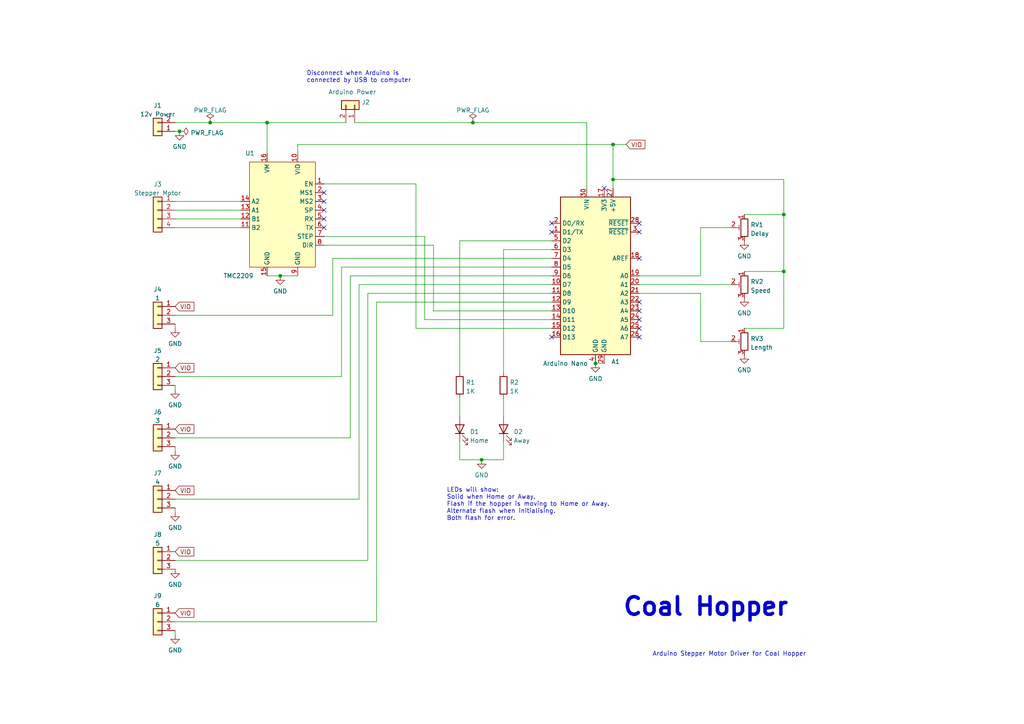
<source format=kicad_sch>
(kicad_sch (version 20211123) (generator eeschema)

  (uuid 91c75d4b-c4bd-4e78-9da1-b4cfd5704b3f)

  (paper "A4")

  (lib_symbols
    (symbol "Connector_Generic:Conn_01x02" (pin_names (offset 1.016) hide) (in_bom yes) (on_board yes)
      (property "Reference" "J" (id 0) (at 0 2.54 0)
        (effects (font (size 1.27 1.27)))
      )
      (property "Value" "Conn_01x02" (id 1) (at 0 -5.08 0)
        (effects (font (size 1.27 1.27)))
      )
      (property "Footprint" "" (id 2) (at 0 0 0)
        (effects (font (size 1.27 1.27)) hide)
      )
      (property "Datasheet" "~" (id 3) (at 0 0 0)
        (effects (font (size 1.27 1.27)) hide)
      )
      (property "ki_keywords" "connector" (id 4) (at 0 0 0)
        (effects (font (size 1.27 1.27)) hide)
      )
      (property "ki_description" "Generic connector, single row, 01x02, script generated (kicad-library-utils/schlib/autogen/connector/)" (id 5) (at 0 0 0)
        (effects (font (size 1.27 1.27)) hide)
      )
      (property "ki_fp_filters" "Connector*:*_1x??_*" (id 6) (at 0 0 0)
        (effects (font (size 1.27 1.27)) hide)
      )
      (symbol "Conn_01x02_1_1"
        (rectangle (start -1.27 -2.413) (end 0 -2.667)
          (stroke (width 0.1524) (type default) (color 0 0 0 0))
          (fill (type none))
        )
        (rectangle (start -1.27 0.127) (end 0 -0.127)
          (stroke (width 0.1524) (type default) (color 0 0 0 0))
          (fill (type none))
        )
        (rectangle (start -1.27 1.27) (end 1.27 -3.81)
          (stroke (width 0.254) (type default) (color 0 0 0 0))
          (fill (type background))
        )
        (pin passive line (at -5.08 0 0) (length 3.81)
          (name "Pin_1" (effects (font (size 1.27 1.27))))
          (number "1" (effects (font (size 1.27 1.27))))
        )
        (pin passive line (at -5.08 -2.54 0) (length 3.81)
          (name "Pin_2" (effects (font (size 1.27 1.27))))
          (number "2" (effects (font (size 1.27 1.27))))
        )
      )
    )
    (symbol "Connector_Generic:Conn_01x03" (pin_names (offset 1.016) hide) (in_bom yes) (on_board yes)
      (property "Reference" "J" (id 0) (at 0 5.08 0)
        (effects (font (size 1.27 1.27)))
      )
      (property "Value" "Conn_01x03" (id 1) (at 0 -5.08 0)
        (effects (font (size 1.27 1.27)))
      )
      (property "Footprint" "" (id 2) (at 0 0 0)
        (effects (font (size 1.27 1.27)) hide)
      )
      (property "Datasheet" "~" (id 3) (at 0 0 0)
        (effects (font (size 1.27 1.27)) hide)
      )
      (property "ki_keywords" "connector" (id 4) (at 0 0 0)
        (effects (font (size 1.27 1.27)) hide)
      )
      (property "ki_description" "Generic connector, single row, 01x03, script generated (kicad-library-utils/schlib/autogen/connector/)" (id 5) (at 0 0 0)
        (effects (font (size 1.27 1.27)) hide)
      )
      (property "ki_fp_filters" "Connector*:*_1x??_*" (id 6) (at 0 0 0)
        (effects (font (size 1.27 1.27)) hide)
      )
      (symbol "Conn_01x03_1_1"
        (rectangle (start -1.27 -2.413) (end 0 -2.667)
          (stroke (width 0.1524) (type default) (color 0 0 0 0))
          (fill (type none))
        )
        (rectangle (start -1.27 0.127) (end 0 -0.127)
          (stroke (width 0.1524) (type default) (color 0 0 0 0))
          (fill (type none))
        )
        (rectangle (start -1.27 2.667) (end 0 2.413)
          (stroke (width 0.1524) (type default) (color 0 0 0 0))
          (fill (type none))
        )
        (rectangle (start -1.27 3.81) (end 1.27 -3.81)
          (stroke (width 0.254) (type default) (color 0 0 0 0))
          (fill (type background))
        )
        (pin passive line (at -5.08 2.54 0) (length 3.81)
          (name "Pin_1" (effects (font (size 1.27 1.27))))
          (number "1" (effects (font (size 1.27 1.27))))
        )
        (pin passive line (at -5.08 0 0) (length 3.81)
          (name "Pin_2" (effects (font (size 1.27 1.27))))
          (number "2" (effects (font (size 1.27 1.27))))
        )
        (pin passive line (at -5.08 -2.54 0) (length 3.81)
          (name "Pin_3" (effects (font (size 1.27 1.27))))
          (number "3" (effects (font (size 1.27 1.27))))
        )
      )
    )
    (symbol "Connector_Generic:Conn_01x04" (pin_names (offset 1.016) hide) (in_bom yes) (on_board yes)
      (property "Reference" "J" (id 0) (at 0 5.08 0)
        (effects (font (size 1.27 1.27)))
      )
      (property "Value" "Conn_01x04" (id 1) (at 0 -7.62 0)
        (effects (font (size 1.27 1.27)))
      )
      (property "Footprint" "" (id 2) (at 0 0 0)
        (effects (font (size 1.27 1.27)) hide)
      )
      (property "Datasheet" "~" (id 3) (at 0 0 0)
        (effects (font (size 1.27 1.27)) hide)
      )
      (property "ki_keywords" "connector" (id 4) (at 0 0 0)
        (effects (font (size 1.27 1.27)) hide)
      )
      (property "ki_description" "Generic connector, single row, 01x04, script generated (kicad-library-utils/schlib/autogen/connector/)" (id 5) (at 0 0 0)
        (effects (font (size 1.27 1.27)) hide)
      )
      (property "ki_fp_filters" "Connector*:*_1x??_*" (id 6) (at 0 0 0)
        (effects (font (size 1.27 1.27)) hide)
      )
      (symbol "Conn_01x04_1_1"
        (rectangle (start -1.27 -4.953) (end 0 -5.207)
          (stroke (width 0.1524) (type default) (color 0 0 0 0))
          (fill (type none))
        )
        (rectangle (start -1.27 -2.413) (end 0 -2.667)
          (stroke (width 0.1524) (type default) (color 0 0 0 0))
          (fill (type none))
        )
        (rectangle (start -1.27 0.127) (end 0 -0.127)
          (stroke (width 0.1524) (type default) (color 0 0 0 0))
          (fill (type none))
        )
        (rectangle (start -1.27 2.667) (end 0 2.413)
          (stroke (width 0.1524) (type default) (color 0 0 0 0))
          (fill (type none))
        )
        (rectangle (start -1.27 3.81) (end 1.27 -6.35)
          (stroke (width 0.254) (type default) (color 0 0 0 0))
          (fill (type background))
        )
        (pin passive line (at -5.08 2.54 0) (length 3.81)
          (name "Pin_1" (effects (font (size 1.27 1.27))))
          (number "1" (effects (font (size 1.27 1.27))))
        )
        (pin passive line (at -5.08 0 0) (length 3.81)
          (name "Pin_2" (effects (font (size 1.27 1.27))))
          (number "2" (effects (font (size 1.27 1.27))))
        )
        (pin passive line (at -5.08 -2.54 0) (length 3.81)
          (name "Pin_3" (effects (font (size 1.27 1.27))))
          (number "3" (effects (font (size 1.27 1.27))))
        )
        (pin passive line (at -5.08 -5.08 0) (length 3.81)
          (name "Pin_4" (effects (font (size 1.27 1.27))))
          (number "4" (effects (font (size 1.27 1.27))))
        )
      )
    )
    (symbol "Device:LED" (pin_numbers hide) (pin_names (offset 1.016) hide) (in_bom yes) (on_board yes)
      (property "Reference" "D" (id 0) (at 0 2.54 0)
        (effects (font (size 1.27 1.27)))
      )
      (property "Value" "LED" (id 1) (at 0 -2.54 0)
        (effects (font (size 1.27 1.27)))
      )
      (property "Footprint" "" (id 2) (at 0 0 0)
        (effects (font (size 1.27 1.27)) hide)
      )
      (property "Datasheet" "~" (id 3) (at 0 0 0)
        (effects (font (size 1.27 1.27)) hide)
      )
      (property "ki_keywords" "LED diode" (id 4) (at 0 0 0)
        (effects (font (size 1.27 1.27)) hide)
      )
      (property "ki_description" "Light emitting diode" (id 5) (at 0 0 0)
        (effects (font (size 1.27 1.27)) hide)
      )
      (property "ki_fp_filters" "LED* LED_SMD:* LED_THT:*" (id 6) (at 0 0 0)
        (effects (font (size 1.27 1.27)) hide)
      )
      (symbol "LED_0_1"
        (polyline
          (pts
            (xy -1.27 -1.27)
            (xy -1.27 1.27)
          )
          (stroke (width 0.254) (type default) (color 0 0 0 0))
          (fill (type none))
        )
        (polyline
          (pts
            (xy -1.27 0)
            (xy 1.27 0)
          )
          (stroke (width 0) (type default) (color 0 0 0 0))
          (fill (type none))
        )
        (polyline
          (pts
            (xy 1.27 -1.27)
            (xy 1.27 1.27)
            (xy -1.27 0)
            (xy 1.27 -1.27)
          )
          (stroke (width 0.254) (type default) (color 0 0 0 0))
          (fill (type none))
        )
        (polyline
          (pts
            (xy -3.048 -0.762)
            (xy -4.572 -2.286)
            (xy -3.81 -2.286)
            (xy -4.572 -2.286)
            (xy -4.572 -1.524)
          )
          (stroke (width 0) (type default) (color 0 0 0 0))
          (fill (type none))
        )
        (polyline
          (pts
            (xy -1.778 -0.762)
            (xy -3.302 -2.286)
            (xy -2.54 -2.286)
            (xy -3.302 -2.286)
            (xy -3.302 -1.524)
          )
          (stroke (width 0) (type default) (color 0 0 0 0))
          (fill (type none))
        )
      )
      (symbol "LED_1_1"
        (pin passive line (at -3.81 0 0) (length 2.54)
          (name "K" (effects (font (size 1.27 1.27))))
          (number "1" (effects (font (size 1.27 1.27))))
        )
        (pin passive line (at 3.81 0 180) (length 2.54)
          (name "A" (effects (font (size 1.27 1.27))))
          (number "2" (effects (font (size 1.27 1.27))))
        )
      )
    )
    (symbol "Device:R" (pin_numbers hide) (pin_names (offset 0)) (in_bom yes) (on_board yes)
      (property "Reference" "R" (id 0) (at 2.032 0 90)
        (effects (font (size 1.27 1.27)))
      )
      (property "Value" "R" (id 1) (at 0 0 90)
        (effects (font (size 1.27 1.27)))
      )
      (property "Footprint" "" (id 2) (at -1.778 0 90)
        (effects (font (size 1.27 1.27)) hide)
      )
      (property "Datasheet" "~" (id 3) (at 0 0 0)
        (effects (font (size 1.27 1.27)) hide)
      )
      (property "ki_keywords" "R res resistor" (id 4) (at 0 0 0)
        (effects (font (size 1.27 1.27)) hide)
      )
      (property "ki_description" "Resistor" (id 5) (at 0 0 0)
        (effects (font (size 1.27 1.27)) hide)
      )
      (property "ki_fp_filters" "R_*" (id 6) (at 0 0 0)
        (effects (font (size 1.27 1.27)) hide)
      )
      (symbol "R_0_1"
        (rectangle (start -1.016 -2.54) (end 1.016 2.54)
          (stroke (width 0.254) (type default) (color 0 0 0 0))
          (fill (type none))
        )
      )
      (symbol "R_1_1"
        (pin passive line (at 0 3.81 270) (length 1.27)
          (name "~" (effects (font (size 1.27 1.27))))
          (number "1" (effects (font (size 1.27 1.27))))
        )
        (pin passive line (at 0 -3.81 90) (length 1.27)
          (name "~" (effects (font (size 1.27 1.27))))
          (number "2" (effects (font (size 1.27 1.27))))
        )
      )
    )
    (symbol "Device:R_Potentiometer_Trim" (pin_names (offset 1.016) hide) (in_bom yes) (on_board yes)
      (property "Reference" "RV" (id 0) (at -4.445 0 90)
        (effects (font (size 1.27 1.27)))
      )
      (property "Value" "R_Potentiometer_Trim" (id 1) (at -2.54 0 90)
        (effects (font (size 1.27 1.27)))
      )
      (property "Footprint" "" (id 2) (at 0 0 0)
        (effects (font (size 1.27 1.27)) hide)
      )
      (property "Datasheet" "~" (id 3) (at 0 0 0)
        (effects (font (size 1.27 1.27)) hide)
      )
      (property "ki_keywords" "resistor variable trimpot trimmer" (id 4) (at 0 0 0)
        (effects (font (size 1.27 1.27)) hide)
      )
      (property "ki_description" "Trim-potentiometer" (id 5) (at 0 0 0)
        (effects (font (size 1.27 1.27)) hide)
      )
      (property "ki_fp_filters" "Potentiometer*" (id 6) (at 0 0 0)
        (effects (font (size 1.27 1.27)) hide)
      )
      (symbol "R_Potentiometer_Trim_0_1"
        (polyline
          (pts
            (xy 1.524 0.762)
            (xy 1.524 -0.762)
          )
          (stroke (width 0) (type default) (color 0 0 0 0))
          (fill (type none))
        )
        (polyline
          (pts
            (xy 2.54 0)
            (xy 1.524 0)
          )
          (stroke (width 0) (type default) (color 0 0 0 0))
          (fill (type none))
        )
        (rectangle (start 1.016 2.54) (end -1.016 -2.54)
          (stroke (width 0.254) (type default) (color 0 0 0 0))
          (fill (type none))
        )
      )
      (symbol "R_Potentiometer_Trim_1_1"
        (pin passive line (at 0 3.81 270) (length 1.27)
          (name "1" (effects (font (size 1.27 1.27))))
          (number "1" (effects (font (size 1.27 1.27))))
        )
        (pin passive line (at 3.81 0 180) (length 1.27)
          (name "2" (effects (font (size 1.27 1.27))))
          (number "2" (effects (font (size 1.27 1.27))))
        )
        (pin passive line (at 0 -3.81 90) (length 1.27)
          (name "3" (effects (font (size 1.27 1.27))))
          (number "3" (effects (font (size 1.27 1.27))))
        )
      )
    )
    (symbol "MCU_Module:Arduino_Nano_v3.x" (in_bom yes) (on_board yes)
      (property "Reference" "A" (id 0) (at -10.16 23.495 0)
        (effects (font (size 1.27 1.27)) (justify left bottom))
      )
      (property "Value" "Arduino_Nano_v3.x" (id 1) (at 5.08 -24.13 0)
        (effects (font (size 1.27 1.27)) (justify left top))
      )
      (property "Footprint" "Module:Arduino_Nano" (id 2) (at 0 0 0)
        (effects (font (size 1.27 1.27) italic) hide)
      )
      (property "Datasheet" "http://www.mouser.com/pdfdocs/Gravitech_Arduino_Nano3_0.pdf" (id 3) (at 0 0 0)
        (effects (font (size 1.27 1.27)) hide)
      )
      (property "ki_keywords" "Arduino nano microcontroller module USB" (id 4) (at 0 0 0)
        (effects (font (size 1.27 1.27)) hide)
      )
      (property "ki_description" "Arduino Nano v3.x" (id 5) (at 0 0 0)
        (effects (font (size 1.27 1.27)) hide)
      )
      (property "ki_fp_filters" "Arduino*Nano*" (id 6) (at 0 0 0)
        (effects (font (size 1.27 1.27)) hide)
      )
      (symbol "Arduino_Nano_v3.x_0_1"
        (rectangle (start -10.16 22.86) (end 10.16 -22.86)
          (stroke (width 0.254) (type default) (color 0 0 0 0))
          (fill (type background))
        )
      )
      (symbol "Arduino_Nano_v3.x_1_1"
        (pin bidirectional line (at -12.7 12.7 0) (length 2.54)
          (name "D1/TX" (effects (font (size 1.27 1.27))))
          (number "1" (effects (font (size 1.27 1.27))))
        )
        (pin bidirectional line (at -12.7 -2.54 0) (length 2.54)
          (name "D7" (effects (font (size 1.27 1.27))))
          (number "10" (effects (font (size 1.27 1.27))))
        )
        (pin bidirectional line (at -12.7 -5.08 0) (length 2.54)
          (name "D8" (effects (font (size 1.27 1.27))))
          (number "11" (effects (font (size 1.27 1.27))))
        )
        (pin bidirectional line (at -12.7 -7.62 0) (length 2.54)
          (name "D9" (effects (font (size 1.27 1.27))))
          (number "12" (effects (font (size 1.27 1.27))))
        )
        (pin bidirectional line (at -12.7 -10.16 0) (length 2.54)
          (name "D10" (effects (font (size 1.27 1.27))))
          (number "13" (effects (font (size 1.27 1.27))))
        )
        (pin bidirectional line (at -12.7 -12.7 0) (length 2.54)
          (name "D11" (effects (font (size 1.27 1.27))))
          (number "14" (effects (font (size 1.27 1.27))))
        )
        (pin bidirectional line (at -12.7 -15.24 0) (length 2.54)
          (name "D12" (effects (font (size 1.27 1.27))))
          (number "15" (effects (font (size 1.27 1.27))))
        )
        (pin bidirectional line (at -12.7 -17.78 0) (length 2.54)
          (name "D13" (effects (font (size 1.27 1.27))))
          (number "16" (effects (font (size 1.27 1.27))))
        )
        (pin power_out line (at 2.54 25.4 270) (length 2.54)
          (name "3V3" (effects (font (size 1.27 1.27))))
          (number "17" (effects (font (size 1.27 1.27))))
        )
        (pin input line (at 12.7 5.08 180) (length 2.54)
          (name "AREF" (effects (font (size 1.27 1.27))))
          (number "18" (effects (font (size 1.27 1.27))))
        )
        (pin bidirectional line (at 12.7 0 180) (length 2.54)
          (name "A0" (effects (font (size 1.27 1.27))))
          (number "19" (effects (font (size 1.27 1.27))))
        )
        (pin bidirectional line (at -12.7 15.24 0) (length 2.54)
          (name "D0/RX" (effects (font (size 1.27 1.27))))
          (number "2" (effects (font (size 1.27 1.27))))
        )
        (pin bidirectional line (at 12.7 -2.54 180) (length 2.54)
          (name "A1" (effects (font (size 1.27 1.27))))
          (number "20" (effects (font (size 1.27 1.27))))
        )
        (pin bidirectional line (at 12.7 -5.08 180) (length 2.54)
          (name "A2" (effects (font (size 1.27 1.27))))
          (number "21" (effects (font (size 1.27 1.27))))
        )
        (pin bidirectional line (at 12.7 -7.62 180) (length 2.54)
          (name "A3" (effects (font (size 1.27 1.27))))
          (number "22" (effects (font (size 1.27 1.27))))
        )
        (pin bidirectional line (at 12.7 -10.16 180) (length 2.54)
          (name "A4" (effects (font (size 1.27 1.27))))
          (number "23" (effects (font (size 1.27 1.27))))
        )
        (pin bidirectional line (at 12.7 -12.7 180) (length 2.54)
          (name "A5" (effects (font (size 1.27 1.27))))
          (number "24" (effects (font (size 1.27 1.27))))
        )
        (pin bidirectional line (at 12.7 -15.24 180) (length 2.54)
          (name "A6" (effects (font (size 1.27 1.27))))
          (number "25" (effects (font (size 1.27 1.27))))
        )
        (pin bidirectional line (at 12.7 -17.78 180) (length 2.54)
          (name "A7" (effects (font (size 1.27 1.27))))
          (number "26" (effects (font (size 1.27 1.27))))
        )
        (pin power_out line (at 5.08 25.4 270) (length 2.54)
          (name "+5V" (effects (font (size 1.27 1.27))))
          (number "27" (effects (font (size 1.27 1.27))))
        )
        (pin input line (at 12.7 15.24 180) (length 2.54)
          (name "~{RESET}" (effects (font (size 1.27 1.27))))
          (number "28" (effects (font (size 1.27 1.27))))
        )
        (pin power_in line (at 2.54 -25.4 90) (length 2.54)
          (name "GND" (effects (font (size 1.27 1.27))))
          (number "29" (effects (font (size 1.27 1.27))))
        )
        (pin input line (at 12.7 12.7 180) (length 2.54)
          (name "~{RESET}" (effects (font (size 1.27 1.27))))
          (number "3" (effects (font (size 1.27 1.27))))
        )
        (pin power_in line (at -2.54 25.4 270) (length 2.54)
          (name "VIN" (effects (font (size 1.27 1.27))))
          (number "30" (effects (font (size 1.27 1.27))))
        )
        (pin power_in line (at 0 -25.4 90) (length 2.54)
          (name "GND" (effects (font (size 1.27 1.27))))
          (number "4" (effects (font (size 1.27 1.27))))
        )
        (pin bidirectional line (at -12.7 10.16 0) (length 2.54)
          (name "D2" (effects (font (size 1.27 1.27))))
          (number "5" (effects (font (size 1.27 1.27))))
        )
        (pin bidirectional line (at -12.7 7.62 0) (length 2.54)
          (name "D3" (effects (font (size 1.27 1.27))))
          (number "6" (effects (font (size 1.27 1.27))))
        )
        (pin bidirectional line (at -12.7 5.08 0) (length 2.54)
          (name "D4" (effects (font (size 1.27 1.27))))
          (number "7" (effects (font (size 1.27 1.27))))
        )
        (pin bidirectional line (at -12.7 2.54 0) (length 2.54)
          (name "D5" (effects (font (size 1.27 1.27))))
          (number "8" (effects (font (size 1.27 1.27))))
        )
        (pin bidirectional line (at -12.7 0 0) (length 2.54)
          (name "D6" (effects (font (size 1.27 1.27))))
          (number "9" (effects (font (size 1.27 1.27))))
        )
      )
    )
    (symbol "Richards:Silent-2209v3" (in_bom yes) (on_board yes)
      (property "Reference" "U" (id 0) (at 24.13 -20.32 0)
        (effects (font (size 1.27 1.27)))
      )
      (property "Value" "Silent-2209v3" (id 1) (at 29.21 -17.78 0)
        (effects (font (size 1.27 1.27)))
      )
      (property "Footprint" "" (id 2) (at 8.89 -6.35 0)
        (effects (font (size 1.27 1.27)) hide)
      )
      (property "Datasheet" "" (id 3) (at 8.89 -6.35 0)
        (effects (font (size 1.27 1.27)) hide)
      )
      (symbol "Silent-2209v3_0_1"
        (rectangle (start 2.54 6.35) (end 21.59 -24.13)
          (stroke (width 0) (type default) (color 0 0 0 0))
          (fill (type background))
        )
      )
      (symbol "Silent-2209v3_1_1"
        (pin input line (at 0 0 0) (length 2.54)
          (name "EN" (effects (font (size 1.27 1.27))))
          (number "1" (effects (font (size 1.27 1.27))))
        )
        (pin power_in line (at 7.62 8.89 270) (length 2.54)
          (name "VIO" (effects (font (size 1.27 1.27))))
          (number "10" (effects (font (size 1.27 1.27))))
        )
        (pin output line (at 24.13 -12.7 180) (length 2.54)
          (name "B2" (effects (font (size 1.27 1.27))))
          (number "11" (effects (font (size 1.27 1.27))))
        )
        (pin output line (at 24.13 -10.16 180) (length 2.54)
          (name "B1" (effects (font (size 1.27 1.27))))
          (number "12" (effects (font (size 1.27 1.27))))
        )
        (pin output line (at 24.13 -7.62 180) (length 2.54)
          (name "A1" (effects (font (size 1.27 1.27))))
          (number "13" (effects (font (size 1.27 1.27))))
        )
        (pin output line (at 24.13 -5.08 180) (length 2.54)
          (name "A2" (effects (font (size 1.27 1.27))))
          (number "14" (effects (font (size 1.27 1.27))))
        )
        (pin power_in line (at 16.51 -26.67 90) (length 2.54)
          (name "GND" (effects (font (size 1.27 1.27))))
          (number "15" (effects (font (size 1.27 1.27))))
        )
        (pin power_in line (at 16.51 8.89 270) (length 2.54)
          (name "VM" (effects (font (size 1.27 1.27))))
          (number "16" (effects (font (size 1.27 1.27))))
        )
        (pin input line (at 0 -2.54 0) (length 2.54)
          (name "MS1" (effects (font (size 1.27 1.27))))
          (number "2" (effects (font (size 1.27 1.27))))
        )
        (pin input line (at 0 -5.08 0) (length 2.54)
          (name "MS2" (effects (font (size 1.27 1.27))))
          (number "3" (effects (font (size 1.27 1.27))))
        )
        (pin input line (at 0 -7.62 0) (length 2.54)
          (name "SP" (effects (font (size 1.27 1.27))))
          (number "4" (effects (font (size 1.27 1.27))))
        )
        (pin input line (at 0 -10.16 0) (length 2.54)
          (name "RX" (effects (font (size 1.27 1.27))))
          (number "5" (effects (font (size 1.27 1.27))))
        )
        (pin input line (at 0 -12.7 0) (length 2.54)
          (name "TX" (effects (font (size 1.27 1.27))))
          (number "6" (effects (font (size 1.27 1.27))))
        )
        (pin input line (at 0 -15.24 0) (length 2.54)
          (name "STEP" (effects (font (size 1.27 1.27))))
          (number "7" (effects (font (size 1.27 1.27))))
        )
        (pin input line (at 0 -17.78 0) (length 2.54)
          (name "DIR" (effects (font (size 1.27 1.27))))
          (number "8" (effects (font (size 1.27 1.27))))
        )
        (pin power_in line (at 7.62 -26.67 90) (length 2.54)
          (name "GND" (effects (font (size 1.27 1.27))))
          (number "9" (effects (font (size 1.27 1.27))))
        )
      )
    )
    (symbol "power:GND" (power) (pin_names (offset 0)) (in_bom yes) (on_board yes)
      (property "Reference" "#PWR" (id 0) (at 0 -6.35 0)
        (effects (font (size 1.27 1.27)) hide)
      )
      (property "Value" "GND" (id 1) (at 0 -3.81 0)
        (effects (font (size 1.27 1.27)))
      )
      (property "Footprint" "" (id 2) (at 0 0 0)
        (effects (font (size 1.27 1.27)) hide)
      )
      (property "Datasheet" "" (id 3) (at 0 0 0)
        (effects (font (size 1.27 1.27)) hide)
      )
      (property "ki_keywords" "global power" (id 4) (at 0 0 0)
        (effects (font (size 1.27 1.27)) hide)
      )
      (property "ki_description" "Power symbol creates a global label with name \"GND\" , ground" (id 5) (at 0 0 0)
        (effects (font (size 1.27 1.27)) hide)
      )
      (symbol "GND_0_1"
        (polyline
          (pts
            (xy 0 0)
            (xy 0 -1.27)
            (xy 1.27 -1.27)
            (xy 0 -2.54)
            (xy -1.27 -1.27)
            (xy 0 -1.27)
          )
          (stroke (width 0) (type default) (color 0 0 0 0))
          (fill (type none))
        )
      )
      (symbol "GND_1_1"
        (pin power_in line (at 0 0 270) (length 0) hide
          (name "GND" (effects (font (size 1.27 1.27))))
          (number "1" (effects (font (size 1.27 1.27))))
        )
      )
    )
    (symbol "power:PWR_FLAG" (power) (pin_numbers hide) (pin_names (offset 0) hide) (in_bom yes) (on_board yes)
      (property "Reference" "#FLG" (id 0) (at 0 1.905 0)
        (effects (font (size 1.27 1.27)) hide)
      )
      (property "Value" "PWR_FLAG" (id 1) (at 0 3.81 0)
        (effects (font (size 1.27 1.27)))
      )
      (property "Footprint" "" (id 2) (at 0 0 0)
        (effects (font (size 1.27 1.27)) hide)
      )
      (property "Datasheet" "~" (id 3) (at 0 0 0)
        (effects (font (size 1.27 1.27)) hide)
      )
      (property "ki_keywords" "flag power" (id 4) (at 0 0 0)
        (effects (font (size 1.27 1.27)) hide)
      )
      (property "ki_description" "Special symbol for telling ERC where power comes from" (id 5) (at 0 0 0)
        (effects (font (size 1.27 1.27)) hide)
      )
      (symbol "PWR_FLAG_0_0"
        (pin power_out line (at 0 0 90) (length 0)
          (name "pwr" (effects (font (size 1.27 1.27))))
          (number "1" (effects (font (size 1.27 1.27))))
        )
      )
      (symbol "PWR_FLAG_0_1"
        (polyline
          (pts
            (xy 0 0)
            (xy 0 1.27)
            (xy -1.016 1.905)
            (xy 0 2.54)
            (xy 1.016 1.905)
            (xy 0 1.27)
          )
          (stroke (width 0) (type default) (color 0 0 0 0))
          (fill (type none))
        )
      )
    )
  )

  (junction (at 77.47 35.56) (diameter 0) (color 0 0 0 0)
    (uuid 0a818ed1-780d-481c-84d4-dd4bb6bb5751)
  )
  (junction (at 177.8 41.91) (diameter 0) (color 0 0 0 0)
    (uuid 0b1d7ce4-f8f9-4199-87e2-4197808ef960)
  )
  (junction (at 81.28 80.01) (diameter 0) (color 0 0 0 0)
    (uuid 41e71ed2-4c22-4546-ad4d-3ce95909c312)
  )
  (junction (at 139.7 133.35) (diameter 0) (color 0 0 0 0)
    (uuid 461fc625-2dd9-4277-a21d-92b1f3248677)
  )
  (junction (at 137.16 35.56) (diameter 0) (color 0 0 0 0)
    (uuid 46e3aac6-b8d5-4803-8af9-fa56e4192ea3)
  )
  (junction (at 227.33 78.74) (diameter 0) (color 0 0 0 0)
    (uuid 5c2e8bf6-1eb8-4e2d-8edd-025de6e26970)
  )
  (junction (at 177.8 52.07) (diameter 0) (color 0 0 0 0)
    (uuid bb859c45-4dc4-4cf6-b8f0-a3c6a576ad08)
  )
  (junction (at 227.33 62.23) (diameter 0) (color 0 0 0 0)
    (uuid bc397185-21f9-4ceb-b62e-e0eaee55ca83)
  )
  (junction (at 52.07 38.1) (diameter 0) (color 0 0 0 0)
    (uuid bf30aef3-7221-4c06-b46a-4feb78b4bc4b)
  )
  (junction (at 60.96 35.56) (diameter 0) (color 0 0 0 0)
    (uuid c0883b07-a105-43aa-9e72-2ffe2306944a)
  )
  (junction (at 172.72 105.41) (diameter 0) (color 0 0 0 0)
    (uuid e52e40a4-5474-45ab-9359-7a4277bc2c65)
  )

  (no_connect (at 185.42 92.71) (uuid 37f13a22-e0b5-4245-9522-ae01bb03628b))
  (no_connect (at 185.42 95.25) (uuid 41547f30-46e7-4d60-ba59-7b888ad81581))
  (no_connect (at 93.98 63.5) (uuid 567541d4-1504-4bcf-b1a8-6f3f10b9bc31))
  (no_connect (at 185.42 87.63) (uuid 6c2e8079-4dce-476b-8c16-b6d7c00e31e6))
  (no_connect (at 185.42 74.93) (uuid 85d593f3-c6f5-46a0-9adb-2fc9f9c2550c))
  (no_connect (at 185.42 97.79) (uuid 990a82a4-d864-4be2-b83a-39ae7a1f12f5))
  (no_connect (at 185.42 90.17) (uuid a748cb44-f5b8-4c24-a389-d20d40c1f90d))
  (no_connect (at 160.02 67.31) (uuid a7e308e1-6127-46af-aec3-7189a05fa3ab))
  (no_connect (at 93.98 66.04) (uuid aa818f98-e688-46fd-a509-75c9e0ba1e73))
  (no_connect (at 175.26 54.61) (uuid af1481fb-2625-4340-8b9c-158dfaf53090))
  (no_connect (at 93.98 60.96) (uuid b17860ab-518b-4b55-9883-bbd80d92dd7e))
  (no_connect (at 93.98 55.88) (uuid b383ea12-e27f-4e3c-9a84-da1a680b0af5))
  (no_connect (at 185.42 64.77) (uuid b4cd84d2-b5b4-47f2-ba57-d5971ebc7917))
  (no_connect (at 160.02 64.77) (uuid b8c8d5fe-a813-4590-9cf1-07701d5f694e))
  (no_connect (at 160.02 97.79) (uuid ca93d86c-7549-4630-b74c-a1b474782ffd))
  (no_connect (at 185.42 67.31) (uuid cdc4d41a-3401-41ee-a05e-c2a913b381fe))
  (no_connect (at 93.98 58.42) (uuid d705e9a5-fc9b-4956-a0b9-7e0575b5e93e))

  (wire (pts (xy 50.8 147.32) (xy 50.8 148.59))
    (stroke (width 0) (type default) (color 0 0 0 0))
    (uuid 04d9aa33-cdd4-49ca-923c-5a5135aa770c)
  )
  (wire (pts (xy 227.33 78.74) (xy 227.33 95.25))
    (stroke (width 0) (type default) (color 0 0 0 0))
    (uuid 0668f900-1598-4ddc-81cf-c18a00105ded)
  )
  (wire (pts (xy 50.8 127) (xy 101.6 127))
    (stroke (width 0) (type default) (color 0 0 0 0))
    (uuid 0818f8df-ddab-4eea-8444-95dcb9ae811f)
  )
  (wire (pts (xy 172.72 105.41) (xy 175.26 105.41))
    (stroke (width 0) (type default) (color 0 0 0 0))
    (uuid 084b679f-b0bf-43cd-8ab5-bfd24e456d20)
  )
  (wire (pts (xy 120.65 53.34) (xy 120.65 95.25))
    (stroke (width 0) (type default) (color 0 0 0 0))
    (uuid 0bafbef4-a5fb-4ce2-be65-3f03346a0d35)
  )
  (wire (pts (xy 146.05 133.35) (xy 139.7 133.35))
    (stroke (width 0) (type default) (color 0 0 0 0))
    (uuid 0e52c284-51c4-491e-970a-4f76a6831fe4)
  )
  (wire (pts (xy 106.68 85.09) (xy 106.68 162.56))
    (stroke (width 0) (type default) (color 0 0 0 0))
    (uuid 0e9924fb-914f-451f-a3eb-fcd3da939f54)
  )
  (wire (pts (xy 133.35 133.35) (xy 139.7 133.35))
    (stroke (width 0) (type default) (color 0 0 0 0))
    (uuid 100d0639-d324-4670-be71-b62e6a3986e1)
  )
  (wire (pts (xy 133.35 69.85) (xy 160.02 69.85))
    (stroke (width 0) (type default) (color 0 0 0 0))
    (uuid 140082aa-14d1-4e53-b8ac-4b1603fc5167)
  )
  (wire (pts (xy 86.36 41.91) (xy 177.8 41.91))
    (stroke (width 0) (type default) (color 0 0 0 0))
    (uuid 14a04800-d880-4b0e-af33-f2ba844083ce)
  )
  (wire (pts (xy 50.8 35.56) (xy 60.96 35.56))
    (stroke (width 0) (type default) (color 0 0 0 0))
    (uuid 155cc0fe-1d6f-4ed1-91a9-58df32e57a5d)
  )
  (wire (pts (xy 50.8 66.04) (xy 69.85 66.04))
    (stroke (width 0) (type default) (color 0 0 0 0))
    (uuid 182cc3a3-67dc-456d-8480-702ca5bf6be2)
  )
  (wire (pts (xy 101.6 80.01) (xy 160.02 80.01))
    (stroke (width 0) (type default) (color 0 0 0 0))
    (uuid 1b9313ed-3022-45af-b76b-5ba83bf73b60)
  )
  (wire (pts (xy 52.07 38.1) (xy 50.8 38.1))
    (stroke (width 0) (type default) (color 0 0 0 0))
    (uuid 1c63e092-7dda-40dd-b3ae-f1264a7dd1cb)
  )
  (wire (pts (xy 215.9 62.23) (xy 227.33 62.23))
    (stroke (width 0) (type default) (color 0 0 0 0))
    (uuid 20a8b986-ac2a-457f-b82b-df2d8aae6779)
  )
  (wire (pts (xy 133.35 128.27) (xy 133.35 133.35))
    (stroke (width 0) (type default) (color 0 0 0 0))
    (uuid 2b850a22-9566-46bf-beda-8c66f5125a13)
  )
  (wire (pts (xy 60.96 35.56) (xy 77.47 35.56))
    (stroke (width 0) (type default) (color 0 0 0 0))
    (uuid 2dccb8a2-e93d-4aa9-a4bd-906b438e4e32)
  )
  (wire (pts (xy 146.05 72.39) (xy 160.02 72.39))
    (stroke (width 0) (type default) (color 0 0 0 0))
    (uuid 2f67821d-ed21-4c15-9b05-d810544d5d6b)
  )
  (wire (pts (xy 227.33 52.07) (xy 227.33 62.23))
    (stroke (width 0) (type default) (color 0 0 0 0))
    (uuid 310cedf3-eba9-4e12-804b-d69809fbed31)
  )
  (wire (pts (xy 99.06 109.22) (xy 99.06 77.47))
    (stroke (width 0) (type default) (color 0 0 0 0))
    (uuid 3162c352-5800-42d2-b7f7-7b709cb20c10)
  )
  (wire (pts (xy 77.47 80.01) (xy 81.28 80.01))
    (stroke (width 0) (type default) (color 0 0 0 0))
    (uuid 3201931d-7dd8-4c5c-8fd5-107dacbee121)
  )
  (wire (pts (xy 50.8 93.98) (xy 50.8 95.25))
    (stroke (width 0) (type default) (color 0 0 0 0))
    (uuid 3b93bf61-5961-4a40-bbfa-87b3898379b8)
  )
  (wire (pts (xy 227.33 62.23) (xy 227.33 78.74))
    (stroke (width 0) (type default) (color 0 0 0 0))
    (uuid 3fc6a16f-a601-487f-bb4a-90b06450699f)
  )
  (wire (pts (xy 177.8 41.91) (xy 181.61 41.91))
    (stroke (width 0) (type default) (color 0 0 0 0))
    (uuid 3fea3e21-7abc-46b0-8eef-6bd12f5c300b)
  )
  (wire (pts (xy 185.42 82.55) (xy 212.09 82.55))
    (stroke (width 0) (type default) (color 0 0 0 0))
    (uuid 41542830-f26d-41ca-93e3-ecdd06086328)
  )
  (wire (pts (xy 50.8 182.88) (xy 50.8 184.15))
    (stroke (width 0) (type default) (color 0 0 0 0))
    (uuid 45fbb25b-8ada-48bd-8790-cc772dd86a8f)
  )
  (wire (pts (xy 125.73 71.12) (xy 125.73 90.17))
    (stroke (width 0) (type default) (color 0 0 0 0))
    (uuid 4a9035e1-bde2-4318-9a76-e1f4fa51f770)
  )
  (wire (pts (xy 104.14 144.78) (xy 50.8 144.78))
    (stroke (width 0) (type default) (color 0 0 0 0))
    (uuid 4bfffd69-54c0-4cd9-a868-6f6f309dbab4)
  )
  (wire (pts (xy 133.35 115.57) (xy 133.35 120.65))
    (stroke (width 0) (type default) (color 0 0 0 0))
    (uuid 4d95f6a3-5b34-4640-ab8e-e003154201b3)
  )
  (wire (pts (xy 50.8 111.76) (xy 50.8 113.03))
    (stroke (width 0) (type default) (color 0 0 0 0))
    (uuid 4ed37da3-0ffd-4a1b-8fed-175f17e61aaa)
  )
  (wire (pts (xy 109.22 87.63) (xy 160.02 87.63))
    (stroke (width 0) (type default) (color 0 0 0 0))
    (uuid 502c19ac-ac04-4a4d-9295-c844ea109b60)
  )
  (wire (pts (xy 50.8 109.22) (xy 99.06 109.22))
    (stroke (width 0) (type default) (color 0 0 0 0))
    (uuid 5616d0ee-b08a-4155-8994-9f41d5d53272)
  )
  (wire (pts (xy 146.05 107.95) (xy 146.05 72.39))
    (stroke (width 0) (type default) (color 0 0 0 0))
    (uuid 561e74b0-5d06-49cf-8419-ed659c1a6d58)
  )
  (wire (pts (xy 77.47 35.56) (xy 77.47 44.45))
    (stroke (width 0) (type default) (color 0 0 0 0))
    (uuid 6570f24c-2369-44b2-8a56-f545e09b66c8)
  )
  (wire (pts (xy 93.98 71.12) (xy 125.73 71.12))
    (stroke (width 0) (type default) (color 0 0 0 0))
    (uuid 65a79d94-1beb-4c7a-bdf7-f0ba5b61dcb8)
  )
  (wire (pts (xy 77.47 35.56) (xy 100.33 35.56))
    (stroke (width 0) (type default) (color 0 0 0 0))
    (uuid 689adf40-9163-48c8-a15e-f3cf57df3739)
  )
  (wire (pts (xy 109.22 87.63) (xy 109.22 180.34))
    (stroke (width 0) (type default) (color 0 0 0 0))
    (uuid 6b0c099e-99a3-4469-a077-39caa2f284ca)
  )
  (wire (pts (xy 170.18 35.56) (xy 170.18 54.61))
    (stroke (width 0) (type default) (color 0 0 0 0))
    (uuid 71afaad5-86f0-4688-bd97-f6d00a9b19b2)
  )
  (wire (pts (xy 50.8 91.44) (xy 96.52 91.44))
    (stroke (width 0) (type default) (color 0 0 0 0))
    (uuid 72c9fbda-f054-460d-84fc-2a2167e25190)
  )
  (wire (pts (xy 177.8 41.91) (xy 177.8 52.07))
    (stroke (width 0) (type default) (color 0 0 0 0))
    (uuid 73195991-bba4-4d7e-b102-87d753d3f25c)
  )
  (wire (pts (xy 81.28 80.01) (xy 86.36 80.01))
    (stroke (width 0) (type default) (color 0 0 0 0))
    (uuid 748ebb4f-6819-474d-b98a-5150bf16db36)
  )
  (wire (pts (xy 104.14 82.55) (xy 104.14 144.78))
    (stroke (width 0) (type default) (color 0 0 0 0))
    (uuid 76e23f1c-ade0-43d0-a6fe-ffb5864741ce)
  )
  (wire (pts (xy 203.2 85.09) (xy 203.2 99.06))
    (stroke (width 0) (type default) (color 0 0 0 0))
    (uuid 81f4a47d-01ca-49c4-a115-d5588e674b4c)
  )
  (wire (pts (xy 125.73 90.17) (xy 160.02 90.17))
    (stroke (width 0) (type default) (color 0 0 0 0))
    (uuid 8332bf8c-5c60-4a82-9abc-13c743994019)
  )
  (wire (pts (xy 93.98 68.58) (xy 123.19 68.58))
    (stroke (width 0) (type default) (color 0 0 0 0))
    (uuid 879b12f6-6638-46c9-8626-8aab700fb3bd)
  )
  (wire (pts (xy 96.52 91.44) (xy 96.52 74.93))
    (stroke (width 0) (type default) (color 0 0 0 0))
    (uuid 8ad3732b-deab-4356-9fa8-0f4bc91e9c46)
  )
  (wire (pts (xy 93.98 53.34) (xy 120.65 53.34))
    (stroke (width 0) (type default) (color 0 0 0 0))
    (uuid 8cb9c056-6565-4c21-acab-e4473f2f5c67)
  )
  (wire (pts (xy 227.33 95.25) (xy 215.9 95.25))
    (stroke (width 0) (type default) (color 0 0 0 0))
    (uuid 92c03e07-e369-43ad-9e15-4c6250c6e348)
  )
  (wire (pts (xy 106.68 85.09) (xy 160.02 85.09))
    (stroke (width 0) (type default) (color 0 0 0 0))
    (uuid 9b717825-e260-422a-9dff-fdbd132c719c)
  )
  (wire (pts (xy 50.8 60.96) (xy 69.85 60.96))
    (stroke (width 0) (type default) (color 0 0 0 0))
    (uuid 9d31361f-1bc2-46fa-a62b-628f0e57b56e)
  )
  (wire (pts (xy 146.05 115.57) (xy 146.05 120.65))
    (stroke (width 0) (type default) (color 0 0 0 0))
    (uuid 9dbfca31-efd2-4819-a91e-0c62188502b2)
  )
  (wire (pts (xy 50.8 162.56) (xy 106.68 162.56))
    (stroke (width 0) (type default) (color 0 0 0 0))
    (uuid a53e3225-325c-421d-abf9-ca969651b4fc)
  )
  (wire (pts (xy 101.6 127) (xy 101.6 80.01))
    (stroke (width 0) (type default) (color 0 0 0 0))
    (uuid a986c50a-fccd-4a73-84a9-ba6973826a66)
  )
  (wire (pts (xy 203.2 66.04) (xy 212.09 66.04))
    (stroke (width 0) (type default) (color 0 0 0 0))
    (uuid aaaaf16e-9f84-4787-864c-46a424cbf9d7)
  )
  (wire (pts (xy 146.05 128.27) (xy 146.05 133.35))
    (stroke (width 0) (type default) (color 0 0 0 0))
    (uuid ab31deae-c828-470e-bdb6-7920e0affb58)
  )
  (wire (pts (xy 96.52 74.93) (xy 160.02 74.93))
    (stroke (width 0) (type default) (color 0 0 0 0))
    (uuid ac03be6f-9245-4988-a158-1b00c935542b)
  )
  (wire (pts (xy 86.36 44.45) (xy 86.36 41.91))
    (stroke (width 0) (type default) (color 0 0 0 0))
    (uuid b3f80532-6b97-461e-849e-6b6c0d905739)
  )
  (wire (pts (xy 177.8 54.61) (xy 177.8 52.07))
    (stroke (width 0) (type default) (color 0 0 0 0))
    (uuid b60781d1-66b6-4164-bec4-82e7c655cb29)
  )
  (wire (pts (xy 203.2 99.06) (xy 212.09 99.06))
    (stroke (width 0) (type default) (color 0 0 0 0))
    (uuid b70035fa-3050-41ce-b9a1-7155d1baa149)
  )
  (wire (pts (xy 123.19 92.71) (xy 160.02 92.71))
    (stroke (width 0) (type default) (color 0 0 0 0))
    (uuid b70a6b33-c352-45e8-99d9-b8f24e58be3f)
  )
  (wire (pts (xy 99.06 77.47) (xy 160.02 77.47))
    (stroke (width 0) (type default) (color 0 0 0 0))
    (uuid b92e5bfa-99c4-49db-b29a-e1a8a2b2354b)
  )
  (wire (pts (xy 50.8 180.34) (xy 109.22 180.34))
    (stroke (width 0) (type default) (color 0 0 0 0))
    (uuid b9ebdd39-165e-4eb2-9efa-a2f756d5bf69)
  )
  (wire (pts (xy 50.8 63.5) (xy 69.85 63.5))
    (stroke (width 0) (type default) (color 0 0 0 0))
    (uuid b9efad88-655d-4151-9b4e-8e6fa9f36aa5)
  )
  (wire (pts (xy 50.8 129.54) (xy 50.8 130.81))
    (stroke (width 0) (type default) (color 0 0 0 0))
    (uuid bddfb3dc-d10c-43e1-9bb8-ba3f4951a595)
  )
  (wire (pts (xy 102.87 35.56) (xy 137.16 35.56))
    (stroke (width 0) (type default) (color 0 0 0 0))
    (uuid be719f75-0507-4892-9cf5-27967df2a096)
  )
  (wire (pts (xy 133.35 107.95) (xy 133.35 69.85))
    (stroke (width 0) (type default) (color 0 0 0 0))
    (uuid cb17eb78-72af-47c6-9b05-03952e926f8a)
  )
  (wire (pts (xy 50.8 58.42) (xy 69.85 58.42))
    (stroke (width 0) (type default) (color 0 0 0 0))
    (uuid d2538232-db7c-4788-a0de-20feb0c101fa)
  )
  (wire (pts (xy 177.8 52.07) (xy 227.33 52.07))
    (stroke (width 0) (type default) (color 0 0 0 0))
    (uuid d3bc16f6-14e8-4ed8-bf4c-aae7473d1a98)
  )
  (wire (pts (xy 123.19 68.58) (xy 123.19 92.71))
    (stroke (width 0) (type default) (color 0 0 0 0))
    (uuid d8c38aaa-cb55-41e2-b081-74e537c3a884)
  )
  (wire (pts (xy 185.42 80.01) (xy 203.2 80.01))
    (stroke (width 0) (type default) (color 0 0 0 0))
    (uuid e123d11f-40bf-42f4-91d7-b6d1815181e5)
  )
  (wire (pts (xy 104.14 82.55) (xy 160.02 82.55))
    (stroke (width 0) (type default) (color 0 0 0 0))
    (uuid e433580b-ce17-4431-999e-fea6660e2eb8)
  )
  (wire (pts (xy 137.16 35.56) (xy 170.18 35.56))
    (stroke (width 0) (type default) (color 0 0 0 0))
    (uuid e49133be-1122-4a1c-bf3c-4547531cffaf)
  )
  (wire (pts (xy 215.9 78.74) (xy 227.33 78.74))
    (stroke (width 0) (type default) (color 0 0 0 0))
    (uuid e81eb234-1be4-48a6-bae5-eafbe94c2f79)
  )
  (wire (pts (xy 185.42 85.09) (xy 203.2 85.09))
    (stroke (width 0) (type default) (color 0 0 0 0))
    (uuid ecd8bb97-c9bc-4e12-8aac-bf43fb7de908)
  )
  (wire (pts (xy 120.65 95.25) (xy 160.02 95.25))
    (stroke (width 0) (type default) (color 0 0 0 0))
    (uuid edb19175-c90a-4e39-aac3-00dc9a62d944)
  )
  (wire (pts (xy 203.2 80.01) (xy 203.2 66.04))
    (stroke (width 0) (type default) (color 0 0 0 0))
    (uuid fad73198-227d-4772-b0d6-f249f701d7c0)
  )

  (text "Arduino Stepper Motor Driver for Coal Hopper" (at 189.23 190.5 0)
    (effects (font (size 1.27 1.27)) (justify left bottom))
    (uuid 0c37a7b7-f272-4ca1-91ff-2fbf727a322b)
  )
  (text "Disconnect when Arduino is\nconnected by USB to computer"
    (at 88.9 24.13 0)
    (effects (font (size 1.27 1.27)) (justify left bottom))
    (uuid 58eb8582-3c55-4d8c-99ce-65300adbc6e9)
  )
  (text "LEDs will show:\nSolid when Home or Away.\nFlash if the hopper is moving to Home or Away.\nAlternate flash when initialising.\nBoth flash for error."
    (at 129.54 151.13 0)
    (effects (font (size 1.27 1.27)) (justify left bottom))
    (uuid c3cba64e-1e88-49ab-be70-d39a6b6f0513)
  )
  (text "Coal Hopper" (at 180.34 179.07 0)
    (effects (font (size 5.08 5.08) (thickness 1.016) bold) (justify left bottom))
    (uuid e9fde5b4-c961-4305-8101-ae2eb66024d0)
  )

  (global_label "VIO" (shape input) (at 50.8 177.8 0) (fields_autoplaced)
    (effects (font (size 1.27 1.27)) (justify left))
    (uuid 0d4cb285-b0ae-42a9-9f75-7d3fa46b5439)
    (property "Intersheet References" "${INTERSHEET_REFS}" (id 0) (at 56.2369 177.7206 0)
      (effects (font (size 1.27 1.27)) (justify left) hide)
    )
  )
  (global_label "VIO" (shape input) (at 50.8 160.02 0) (fields_autoplaced)
    (effects (font (size 1.27 1.27)) (justify left))
    (uuid 7a496517-63af-497d-823f-e29da45810b4)
    (property "Intersheet References" "${INTERSHEET_REFS}" (id 0) (at 56.2369 159.9406 0)
      (effects (font (size 1.27 1.27)) (justify left) hide)
    )
  )
  (global_label "VIO" (shape input) (at 50.8 88.9 0) (fields_autoplaced)
    (effects (font (size 1.27 1.27)) (justify left))
    (uuid 9915d210-3dea-4ee6-bc8c-fcf3db5f661a)
    (property "Intersheet References" "${INTERSHEET_REFS}" (id 0) (at 56.2369 88.8206 0)
      (effects (font (size 1.27 1.27)) (justify left) hide)
    )
  )
  (global_label "VIO" (shape input) (at 50.8 124.46 0) (fields_autoplaced)
    (effects (font (size 1.27 1.27)) (justify left))
    (uuid a66665d3-11ae-4e22-91b0-15e3d888ff30)
    (property "Intersheet References" "${INTERSHEET_REFS}" (id 0) (at 56.2369 124.3806 0)
      (effects (font (size 1.27 1.27)) (justify left) hide)
    )
  )
  (global_label "VIO" (shape input) (at 181.61 41.91 0) (fields_autoplaced)
    (effects (font (size 1.27 1.27)) (justify left))
    (uuid bd33d59a-a03a-4305-98b4-e589b16ff48d)
    (property "Intersheet References" "${INTERSHEET_REFS}" (id 0) (at 187.0469 41.8306 0)
      (effects (font (size 1.27 1.27)) (justify left) hide)
    )
  )
  (global_label "VIO" (shape input) (at 50.8 142.24 0) (fields_autoplaced)
    (effects (font (size 1.27 1.27)) (justify left))
    (uuid c21f59b8-27e8-4126-9c00-12361dd6fdf5)
    (property "Intersheet References" "${INTERSHEET_REFS}" (id 0) (at 56.2369 142.1606 0)
      (effects (font (size 1.27 1.27)) (justify left) hide)
    )
  )
  (global_label "VIO" (shape input) (at 50.8 106.68 0) (fields_autoplaced)
    (effects (font (size 1.27 1.27)) (justify left))
    (uuid d6a9cce3-625a-4f5f-8c6a-ae49309e7a51)
    (property "Intersheet References" "${INTERSHEET_REFS}" (id 0) (at 56.2369 106.6006 0)
      (effects (font (size 1.27 1.27)) (justify left) hide)
    )
  )

  (symbol (lib_id "MCU_Module:Arduino_Nano_v3.x") (at 172.72 80.01 0) (unit 1)
    (in_bom yes) (on_board yes)
    (uuid 069e4ad6-2424-4afb-a383-aa723601c12c)
    (property "Reference" "A1" (id 0) (at 177.2794 104.9004 0)
      (effects (font (size 1.27 1.27)) (justify left))
    )
    (property "Value" "Arduino Nano" (id 1) (at 157.48 105.41 0)
      (effects (font (size 1.27 1.27)) (justify left))
    )
    (property "Footprint" "Module:Arduino_Nano" (id 2) (at 172.72 80.01 0)
      (effects (font (size 1.27 1.27) italic) hide)
    )
    (property "Datasheet" "http://www.mouser.com/pdfdocs/Gravitech_Arduino_Nano3_0.pdf" (id 3) (at 172.72 80.01 0)
      (effects (font (size 1.27 1.27)) hide)
    )
    (pin "1" (uuid 78a471c3-4fa0-49ef-be31-0311d6fbea62))
    (pin "10" (uuid b9ca3220-4b9c-4441-b3e7-8a6539320c6e))
    (pin "11" (uuid d091549d-582d-4a78-8a17-c994346e1b62))
    (pin "12" (uuid 1c78ba73-8ce4-4af3-bd8a-6ed7c586e32c))
    (pin "13" (uuid 4f668c3a-9519-4f0f-9aa9-7e3de5f66b4c))
    (pin "14" (uuid 717c538a-d434-4df2-8063-aeb2544090e6))
    (pin "15" (uuid 8c3d1b78-8a9e-40e4-8495-9f333958f8af))
    (pin "16" (uuid 28a5dfdc-0695-4215-abce-71babae80139))
    (pin "17" (uuid df5ad2d6-5d01-458b-aad0-b71d1af23c74))
    (pin "18" (uuid ba11ffc0-1efa-4542-8a45-4f5795f5f7e8))
    (pin "19" (uuid 4712be70-cd23-4e22-96aa-45e6a87be1b0))
    (pin "2" (uuid 4e273ac0-9325-44e8-8869-70f12a2464b2))
    (pin "20" (uuid 0938f8b4-0e3a-4c3a-ae51-f80721a8dc8d))
    (pin "21" (uuid 2fef0ad6-86fd-4e69-a893-ec85891dcd99))
    (pin "22" (uuid 186f9c61-b626-42c6-b41b-7792b541cbf2))
    (pin "23" (uuid 0fe4b7e0-a937-410e-914b-a651e3248d89))
    (pin "24" (uuid f6014b81-09a3-494c-82d0-a8034d6be2ad))
    (pin "25" (uuid 964ecd48-c672-4db2-a0bd-c40402589f17))
    (pin "26" (uuid cbf68b48-834e-4cb2-8a1d-2218b0b9b897))
    (pin "27" (uuid 5ed6d30d-d98b-4beb-80f0-96acc9f99173))
    (pin "28" (uuid 045e2665-9dd0-4d24-a490-7ae39ce9ecf5))
    (pin "29" (uuid 0cb86f16-16c5-41a3-965a-6398c9a672a1))
    (pin "3" (uuid 59708c77-9f10-4c0c-a5e6-05cd477e05f5))
    (pin "30" (uuid 81ce940a-4485-4bf2-864f-8193fc568774))
    (pin "4" (uuid 582b64b5-ee60-402f-bffe-1539b6726ccb))
    (pin "5" (uuid ec08395d-0489-4c2e-bcdd-ec0c80c6af10))
    (pin "6" (uuid 4f7449d3-09ee-4fb3-8c71-78ac7a5f262c))
    (pin "7" (uuid 510b20cd-f13c-4d0c-91c2-5cd642893ce5))
    (pin "8" (uuid a05ad740-f69b-40eb-ab37-4c1b0720ba0d))
    (pin "9" (uuid 10cc04be-2808-43e5-9df7-ff24e3e4b751))
  )

  (symbol (lib_id "Device:R_Potentiometer_Trim") (at 215.9 99.06 0) (mirror y) (unit 1)
    (in_bom yes) (on_board yes) (fields_autoplaced)
    (uuid 0e3e6eac-594d-4489-80e7-f655939ddf74)
    (property "Reference" "RV3" (id 0) (at 217.678 98.2253 0)
      (effects (font (size 1.27 1.27)) (justify right))
    )
    (property "Value" "Length" (id 1) (at 217.678 100.7622 0)
      (effects (font (size 1.27 1.27)) (justify right))
    )
    (property "Footprint" "Potentiometer_THT:Potentiometer_Piher_PT-6-V_Vertical" (id 2) (at 215.9 99.06 0)
      (effects (font (size 1.27 1.27)) hide)
    )
    (property "Datasheet" "~" (id 3) (at 215.9 99.06 0)
      (effects (font (size 1.27 1.27)) hide)
    )
    (pin "1" (uuid 0cbf2c66-1483-4dd4-9ec7-ecae486c217a))
    (pin "2" (uuid bdab7177-205a-4ea2-8498-1769088f071c))
    (pin "3" (uuid 6f8679d3-534f-4c8d-a95e-878ac18e92fb))
  )

  (symbol (lib_id "Device:R_Potentiometer_Trim") (at 215.9 82.55 0) (mirror y) (unit 1)
    (in_bom yes) (on_board yes) (fields_autoplaced)
    (uuid 10517ec8-f64c-48e6-a939-7251abbb8d92)
    (property "Reference" "RV2" (id 0) (at 217.678 81.7153 0)
      (effects (font (size 1.27 1.27)) (justify right))
    )
    (property "Value" "Speed" (id 1) (at 217.678 84.2522 0)
      (effects (font (size 1.27 1.27)) (justify right))
    )
    (property "Footprint" "Potentiometer_THT:Potentiometer_Piher_PT-6-V_Vertical" (id 2) (at 215.9 82.55 0)
      (effects (font (size 1.27 1.27)) hide)
    )
    (property "Datasheet" "~" (id 3) (at 215.9 82.55 0)
      (effects (font (size 1.27 1.27)) hide)
    )
    (pin "1" (uuid 43a0c772-0b9a-4e0d-b61c-26834a0f2369))
    (pin "2" (uuid 3a7636ac-80ee-49e5-a5d4-f7e6d4f1dc97))
    (pin "3" (uuid 3adf8197-61fa-470d-83a6-ff6acc21b480))
  )

  (symbol (lib_id "power:GND") (at 52.07 38.1 0) (unit 1)
    (in_bom yes) (on_board yes) (fields_autoplaced)
    (uuid 18814671-00f2-4c4e-8303-0d9925f00371)
    (property "Reference" "#PWR01" (id 0) (at 52.07 44.45 0)
      (effects (font (size 1.27 1.27)) hide)
    )
    (property "Value" "GND" (id 1) (at 52.07 42.5434 0))
    (property "Footprint" "" (id 2) (at 52.07 38.1 0)
      (effects (font (size 1.27 1.27)) hide)
    )
    (property "Datasheet" "" (id 3) (at 52.07 38.1 0)
      (effects (font (size 1.27 1.27)) hide)
    )
    (pin "1" (uuid 61414fbd-6ad0-4e71-9447-e62c7f8e9158))
  )

  (symbol (lib_id "power:GND") (at 50.8 148.59 0) (unit 1)
    (in_bom yes) (on_board yes) (fields_autoplaced)
    (uuid 1e6a949e-e538-4ed5-a9ee-6e4d764a7e86)
    (property "Reference" "#PWR08" (id 0) (at 50.8 154.94 0)
      (effects (font (size 1.27 1.27)) hide)
    )
    (property "Value" "GND" (id 1) (at 50.8 153.0334 0))
    (property "Footprint" "" (id 2) (at 50.8 148.59 0)
      (effects (font (size 1.27 1.27)) hide)
    )
    (property "Datasheet" "" (id 3) (at 50.8 148.59 0)
      (effects (font (size 1.27 1.27)) hide)
    )
    (pin "1" (uuid 905347e8-94f5-4e43-926e-8ccee74e7b95))
  )

  (symbol (lib_id "power:GND") (at 50.8 165.1 0) (unit 1)
    (in_bom yes) (on_board yes) (fields_autoplaced)
    (uuid 202d0519-1258-4b53-b7ec-8b66171a0f10)
    (property "Reference" "#PWR03" (id 0) (at 50.8 171.45 0)
      (effects (font (size 1.27 1.27)) hide)
    )
    (property "Value" "GND" (id 1) (at 50.8 169.5434 0))
    (property "Footprint" "" (id 2) (at 50.8 165.1 0)
      (effects (font (size 1.27 1.27)) hide)
    )
    (property "Datasheet" "" (id 3) (at 50.8 165.1 0)
      (effects (font (size 1.27 1.27)) hide)
    )
    (pin "1" (uuid 849b8fd2-0b48-4ae1-b3ef-d90e6a4c15cc))
  )

  (symbol (lib_id "power:GND") (at 172.72 105.41 0) (unit 1)
    (in_bom yes) (on_board yes) (fields_autoplaced)
    (uuid 23192e72-3cd8-411a-bd46-52e45ea14c00)
    (property "Reference" "#PWR010" (id 0) (at 172.72 111.76 0)
      (effects (font (size 1.27 1.27)) hide)
    )
    (property "Value" "GND" (id 1) (at 172.72 109.8534 0))
    (property "Footprint" "" (id 2) (at 172.72 105.41 0)
      (effects (font (size 1.27 1.27)) hide)
    )
    (property "Datasheet" "" (id 3) (at 172.72 105.41 0)
      (effects (font (size 1.27 1.27)) hide)
    )
    (pin "1" (uuid 7ca28bdc-0d45-41b9-9070-3059098df2e6))
  )

  (symbol (lib_id "Connector_Generic:Conn_01x03") (at 45.72 180.34 0) (mirror y) (unit 1)
    (in_bom yes) (on_board yes) (fields_autoplaced)
    (uuid 24f88132-ed23-4192-80e3-8b5be83c65e4)
    (property "Reference" "J9" (id 0) (at 45.72 172.8302 0))
    (property "Value" "6" (id 1) (at 45.72 175.3671 0))
    (property "Footprint" "Connector_PinHeader_2.54mm:PinHeader_1x03_P2.54mm_Vertical" (id 2) (at 45.72 180.34 0)
      (effects (font (size 1.27 1.27)) hide)
    )
    (property "Datasheet" "~" (id 3) (at 45.72 180.34 0)
      (effects (font (size 1.27 1.27)) hide)
    )
    (pin "1" (uuid b6635587-8bf9-443c-bd3b-01d97d687ad8))
    (pin "2" (uuid 41bdb24e-af88-4e1f-a201-456785f1d1f0))
    (pin "3" (uuid 062667ea-7c03-4451-aca5-a2db8058d938))
  )

  (symbol (lib_id "power:PWR_FLAG") (at 137.16 35.56 0) (unit 1)
    (in_bom yes) (on_board yes) (fields_autoplaced)
    (uuid 3399ce86-b7a6-4bdb-8c3c-186174b62768)
    (property "Reference" "#FLG0103" (id 0) (at 137.16 33.655 0)
      (effects (font (size 1.27 1.27)) hide)
    )
    (property "Value" "PWR_FLAG" (id 1) (at 137.16 31.9842 0))
    (property "Footprint" "" (id 2) (at 137.16 35.56 0)
      (effects (font (size 1.27 1.27)) hide)
    )
    (property "Datasheet" "~" (id 3) (at 137.16 35.56 0)
      (effects (font (size 1.27 1.27)) hide)
    )
    (pin "1" (uuid 24bb8761-9587-4d6c-8ee0-2014bc24dc20))
  )

  (symbol (lib_id "Connector_Generic:Conn_01x02") (at 45.72 38.1 180) (unit 1)
    (in_bom yes) (on_board yes) (fields_autoplaced)
    (uuid 378f54ba-682f-42ad-8414-bc66aec66806)
    (property "Reference" "J1" (id 0) (at 45.72 30.5902 0))
    (property "Value" "12v Power" (id 1) (at 45.72 33.1271 0))
    (property "Footprint" "TerminalBlock_Phoenix:TerminalBlock_Phoenix_MKDS-1,5-2-5.08_1x02_P5.08mm_Horizontal" (id 2) (at 45.72 38.1 0)
      (effects (font (size 1.27 1.27)) hide)
    )
    (property "Datasheet" "~" (id 3) (at 45.72 38.1 0)
      (effects (font (size 1.27 1.27)) hide)
    )
    (pin "1" (uuid cde852e0-b115-4e50-bfcd-b59155ca1dda))
    (pin "2" (uuid fb22e7b0-2c4a-4cc6-a690-a5f644accc58))
  )

  (symbol (lib_id "Connector_Generic:Conn_01x03") (at 45.72 109.22 0) (mirror y) (unit 1)
    (in_bom yes) (on_board yes) (fields_autoplaced)
    (uuid 445d40c3-ed12-4833-9e1d-3fcb42dffff6)
    (property "Reference" "J5" (id 0) (at 45.72 101.7102 0))
    (property "Value" "2" (id 1) (at 45.72 104.2471 0))
    (property "Footprint" "Connector_PinHeader_2.54mm:PinHeader_1x03_P2.54mm_Vertical" (id 2) (at 45.72 109.22 0)
      (effects (font (size 1.27 1.27)) hide)
    )
    (property "Datasheet" "~" (id 3) (at 45.72 109.22 0)
      (effects (font (size 1.27 1.27)) hide)
    )
    (pin "1" (uuid 47b4b706-6011-41c9-ad38-6079ee9fb14a))
    (pin "2" (uuid 83e8a598-3b77-4f67-b468-f4b99f390f17))
    (pin "3" (uuid 4b3e39f4-8a4e-49a5-b121-513721756d29))
  )

  (symbol (lib_id "Connector_Generic:Conn_01x02") (at 102.87 30.48 270) (mirror x) (unit 1)
    (in_bom yes) (on_board yes)
    (uuid 4656d899-c910-433f-8cdc-8bcea00fae7f)
    (property "Reference" "J2" (id 0) (at 104.902 29.6453 90)
      (effects (font (size 1.27 1.27)) (justify left))
    )
    (property "Value" "Arduino Power" (id 1) (at 95.25 26.67 90)
      (effects (font (size 1.27 1.27)) (justify left))
    )
    (property "Footprint" "Connector_PinHeader_2.54mm:PinHeader_1x02_P2.54mm_Vertical" (id 2) (at 102.87 30.48 0)
      (effects (font (size 1.27 1.27)) hide)
    )
    (property "Datasheet" "~" (id 3) (at 102.87 30.48 0)
      (effects (font (size 1.27 1.27)) hide)
    )
    (pin "1" (uuid 17563701-71c9-4453-ba2e-2028bfd0c8e9))
    (pin "2" (uuid 0287bfd0-4d1a-43a3-9c11-f1fc475145f3))
  )

  (symbol (lib_id "Device:LED") (at 146.05 124.46 90) (unit 1)
    (in_bom yes) (on_board yes) (fields_autoplaced)
    (uuid 46d99f93-e7bf-40ed-8956-de6ea546fc4a)
    (property "Reference" "D2" (id 0) (at 148.971 125.2128 90)
      (effects (font (size 1.27 1.27)) (justify right))
    )
    (property "Value" "Away" (id 1) (at 148.971 127.7497 90)
      (effects (font (size 1.27 1.27)) (justify right))
    )
    (property "Footprint" "LED_THT:LED_D5.0mm" (id 2) (at 146.05 124.46 0)
      (effects (font (size 1.27 1.27)) hide)
    )
    (property "Datasheet" "~" (id 3) (at 146.05 124.46 0)
      (effects (font (size 1.27 1.27)) hide)
    )
    (pin "1" (uuid dfc0a93e-5037-4c79-86c4-bb7270406a39))
    (pin "2" (uuid 0d0a2eea-79a4-4b34-a611-ac69f37483bd))
  )

  (symbol (lib_id "Connector_Generic:Conn_01x03") (at 45.72 162.56 0) (mirror y) (unit 1)
    (in_bom yes) (on_board yes) (fields_autoplaced)
    (uuid 4a6ac7bb-bf4e-4dea-bad6-f01d50d41a0d)
    (property "Reference" "J8" (id 0) (at 45.72 155.0502 0))
    (property "Value" "5" (id 1) (at 45.72 157.5871 0))
    (property "Footprint" "Connector_PinHeader_2.54mm:PinHeader_1x03_P2.54mm_Vertical" (id 2) (at 45.72 162.56 0)
      (effects (font (size 1.27 1.27)) hide)
    )
    (property "Datasheet" "~" (id 3) (at 45.72 162.56 0)
      (effects (font (size 1.27 1.27)) hide)
    )
    (pin "1" (uuid 30f44525-f3ff-4b17-bb60-c2f0112da9d5))
    (pin "2" (uuid c79137d8-c62d-4648-a61c-278f7f011de0))
    (pin "3" (uuid 6667493f-7023-44f6-a85d-478030c0f407))
  )

  (symbol (lib_id "power:GND") (at 81.28 80.01 0) (unit 1)
    (in_bom yes) (on_board yes) (fields_autoplaced)
    (uuid 4e9fe480-4f7b-4523-a696-03b585f68418)
    (property "Reference" "#PWR06" (id 0) (at 81.28 86.36 0)
      (effects (font (size 1.27 1.27)) hide)
    )
    (property "Value" "GND" (id 1) (at 81.28 84.4534 0))
    (property "Footprint" "" (id 2) (at 81.28 80.01 0)
      (effects (font (size 1.27 1.27)) hide)
    )
    (property "Datasheet" "" (id 3) (at 81.28 80.01 0)
      (effects (font (size 1.27 1.27)) hide)
    )
    (pin "1" (uuid 13339bd1-a525-4947-848b-cc128f821811))
  )

  (symbol (lib_id "power:GND") (at 50.8 184.15 0) (unit 1)
    (in_bom yes) (on_board yes) (fields_autoplaced)
    (uuid 5d17218c-68a2-4a00-8de4-e554a3ac3846)
    (property "Reference" "#PWR05" (id 0) (at 50.8 190.5 0)
      (effects (font (size 1.27 1.27)) hide)
    )
    (property "Value" "GND" (id 1) (at 50.8 188.5934 0))
    (property "Footprint" "" (id 2) (at 50.8 184.15 0)
      (effects (font (size 1.27 1.27)) hide)
    )
    (property "Datasheet" "" (id 3) (at 50.8 184.15 0)
      (effects (font (size 1.27 1.27)) hide)
    )
    (pin "1" (uuid 56aa41e1-dae4-4616-b28f-b0acea1f829a))
  )

  (symbol (lib_id "Connector_Generic:Conn_01x03") (at 45.72 91.44 0) (mirror y) (unit 1)
    (in_bom yes) (on_board yes) (fields_autoplaced)
    (uuid 62326ec9-04f7-4d12-8327-060485d6a444)
    (property "Reference" "J4" (id 0) (at 45.72 83.9302 0))
    (property "Value" "1" (id 1) (at 45.72 86.4671 0))
    (property "Footprint" "Connector_PinHeader_2.54mm:PinHeader_1x03_P2.54mm_Vertical" (id 2) (at 45.72 91.44 0)
      (effects (font (size 1.27 1.27)) hide)
    )
    (property "Datasheet" "~" (id 3) (at 45.72 91.44 0)
      (effects (font (size 1.27 1.27)) hide)
    )
    (pin "1" (uuid 10ba4725-0c72-44bb-8dd7-e5aaffe08166))
    (pin "2" (uuid d493dfe5-c883-4eb3-8688-266ca4158828))
    (pin "3" (uuid cb481228-546c-44ea-97ad-2c5483756bd0))
  )

  (symbol (lib_id "Connector_Generic:Conn_01x04") (at 45.72 60.96 0) (mirror y) (unit 1)
    (in_bom yes) (on_board yes) (fields_autoplaced)
    (uuid 65301cd5-25b2-42ea-8bbd-b94484115ebc)
    (property "Reference" "J3" (id 0) (at 45.72 53.4502 0))
    (property "Value" "Stepper Motor" (id 1) (at 45.72 55.9871 0))
    (property "Footprint" "Connector_JST:JST_XH_B4B-XH-A_1x04_P2.50mm_Vertical" (id 2) (at 45.72 60.96 0)
      (effects (font (size 1.27 1.27)) hide)
    )
    (property "Datasheet" "~" (id 3) (at 45.72 60.96 0)
      (effects (font (size 1.27 1.27)) hide)
    )
    (pin "1" (uuid 8d8718c6-61c5-486e-b8e9-826432208da6))
    (pin "2" (uuid a89d4656-1c41-4af7-943d-27fd8736460a))
    (pin "3" (uuid 4baee1c2-7bd3-426a-b1ac-fd01e7fdbf98))
    (pin "4" (uuid 9ed2a4aa-07b1-4d4c-a1f8-106131c9cdaf))
  )

  (symbol (lib_id "power:GND") (at 139.7 133.35 0) (unit 1)
    (in_bom yes) (on_board yes) (fields_autoplaced)
    (uuid 66960411-0611-4492-b570-b037b8ac4489)
    (property "Reference" "#PWR09" (id 0) (at 139.7 139.7 0)
      (effects (font (size 1.27 1.27)) hide)
    )
    (property "Value" "GND" (id 1) (at 139.7 137.7934 0))
    (property "Footprint" "" (id 2) (at 139.7 133.35 0)
      (effects (font (size 1.27 1.27)) hide)
    )
    (property "Datasheet" "" (id 3) (at 139.7 133.35 0)
      (effects (font (size 1.27 1.27)) hide)
    )
    (pin "1" (uuid dce9f3ce-1e57-4662-a888-ffb4b753d7e0))
  )

  (symbol (lib_id "power:GND") (at 50.8 95.25 0) (unit 1)
    (in_bom yes) (on_board yes) (fields_autoplaced)
    (uuid 6ca32952-2f8c-48a8-bcec-43e28a053f01)
    (property "Reference" "#PWR02" (id 0) (at 50.8 101.6 0)
      (effects (font (size 1.27 1.27)) hide)
    )
    (property "Value" "GND" (id 1) (at 50.8 99.6934 0))
    (property "Footprint" "" (id 2) (at 50.8 95.25 0)
      (effects (font (size 1.27 1.27)) hide)
    )
    (property "Datasheet" "" (id 3) (at 50.8 95.25 0)
      (effects (font (size 1.27 1.27)) hide)
    )
    (pin "1" (uuid a23e73de-e5dc-4a94-a7ca-f21d65f4e348))
  )

  (symbol (lib_id "Richards:Silent-2209v3") (at 93.98 53.34 0) (mirror y) (unit 1)
    (in_bom yes) (on_board yes)
    (uuid 6fbe35ec-7723-4009-b78d-d4f0b1256fbc)
    (property "Reference" "U1" (id 0) (at 71.12 44.45 0)
      (effects (font (size 1.27 1.27)) (justify right))
    )
    (property "Value" "TMC2209" (id 1) (at 64.77 80.01 0)
      (effects (font (size 1.27 1.27)) (justify right))
    )
    (property "Footprint" "Richard:TMC2209-Module" (id 2) (at 85.09 59.69 0)
      (effects (font (size 1.27 1.27)) hide)
    )
    (property "Datasheet" "" (id 3) (at 85.09 59.69 0)
      (effects (font (size 1.27 1.27)) hide)
    )
    (pin "1" (uuid caf71e95-eb0e-432f-a5c2-c64d5ab7feae))
    (pin "10" (uuid 775a0200-46bf-4b8a-a047-bc034fd40a4c))
    (pin "11" (uuid db80b720-7077-4b73-8f17-8cf4a9a5fb7d))
    (pin "12" (uuid e25c76d6-26ca-4c03-951d-042935b09b28))
    (pin "13" (uuid 29bfbd81-5409-42b7-8be0-d6ee38cff50e))
    (pin "14" (uuid 42c97f68-8cfb-4f58-bfc3-295a78881193))
    (pin "15" (uuid c1ead3d6-a221-415d-85d3-ae3531d7795a))
    (pin "16" (uuid f8bc8080-fe52-462f-9daa-6b6e950784d2))
    (pin "2" (uuid fa3a9acd-bd1c-45d1-8577-2b4a35675d98))
    (pin "3" (uuid 7d6fe626-2899-43e1-848c-3152d04a7458))
    (pin "4" (uuid 89103e28-28b1-43b0-aae1-c91a0c89fe1a))
    (pin "5" (uuid 2fc21623-e6ce-41fe-82f5-f5cc5605cc2d))
    (pin "6" (uuid 437310f0-e567-4355-919f-d3507f0a4b09))
    (pin "7" (uuid 457e446a-2280-4a84-9186-24eeecd29cf4))
    (pin "8" (uuid 3a58b006-b30f-480a-8161-a7a6de60c5bd))
    (pin "9" (uuid 68fcf373-f79a-4e67-9674-a14acf8ab8e8))
  )

  (symbol (lib_id "power:PWR_FLAG") (at 60.96 35.56 0) (unit 1)
    (in_bom yes) (on_board yes) (fields_autoplaced)
    (uuid 72ee56a5-401e-42b5-b05d-d8288ffecc5d)
    (property "Reference" "#FLG0101" (id 0) (at 60.96 33.655 0)
      (effects (font (size 1.27 1.27)) hide)
    )
    (property "Value" "PWR_FLAG" (id 1) (at 60.96 31.9842 0))
    (property "Footprint" "" (id 2) (at 60.96 35.56 0)
      (effects (font (size 1.27 1.27)) hide)
    )
    (property "Datasheet" "~" (id 3) (at 60.96 35.56 0)
      (effects (font (size 1.27 1.27)) hide)
    )
    (pin "1" (uuid 2526e523-194c-4bfc-a957-1c4bf2307eb3))
  )

  (symbol (lib_id "power:PWR_FLAG") (at 52.07 38.1 270) (unit 1)
    (in_bom yes) (on_board yes) (fields_autoplaced)
    (uuid 798a4fe5-bead-4a7c-8f7f-bdcb2de9318e)
    (property "Reference" "#FLG0102" (id 0) (at 53.975 38.1 0)
      (effects (font (size 1.27 1.27)) hide)
    )
    (property "Value" "PWR_FLAG" (id 1) (at 55.245 38.5338 90)
      (effects (font (size 1.27 1.27)) (justify left))
    )
    (property "Footprint" "" (id 2) (at 52.07 38.1 0)
      (effects (font (size 1.27 1.27)) hide)
    )
    (property "Datasheet" "~" (id 3) (at 52.07 38.1 0)
      (effects (font (size 1.27 1.27)) hide)
    )
    (pin "1" (uuid bdac8586-f0b9-441f-b35c-7fd79f487ec9))
  )

  (symbol (lib_id "Connector_Generic:Conn_01x03") (at 45.72 144.78 0) (mirror y) (unit 1)
    (in_bom yes) (on_board yes) (fields_autoplaced)
    (uuid 8ab0fa75-6213-46dd-99d0-6bc8b7f28fa3)
    (property "Reference" "J7" (id 0) (at 45.72 137.2702 0))
    (property "Value" "4" (id 1) (at 45.72 139.8071 0))
    (property "Footprint" "Connector_PinHeader_2.54mm:PinHeader_1x03_P2.54mm_Vertical" (id 2) (at 45.72 144.78 0)
      (effects (font (size 1.27 1.27)) hide)
    )
    (property "Datasheet" "~" (id 3) (at 45.72 144.78 0)
      (effects (font (size 1.27 1.27)) hide)
    )
    (pin "1" (uuid e7e670fb-92d1-406a-bb5f-7bb9536123c4))
    (pin "2" (uuid 7fcf6070-189d-4f53-b540-b1bcd17a45cf))
    (pin "3" (uuid ecc17183-7751-4e47-b9e7-5abfb2f6e38d))
  )

  (symbol (lib_id "power:GND") (at 215.9 69.85 0) (unit 1)
    (in_bom yes) (on_board yes) (fields_autoplaced)
    (uuid 904790a8-62b8-480a-b7b9-19217365dda0)
    (property "Reference" "#PWR011" (id 0) (at 215.9 76.2 0)
      (effects (font (size 1.27 1.27)) hide)
    )
    (property "Value" "GND" (id 1) (at 215.9 74.2934 0))
    (property "Footprint" "" (id 2) (at 215.9 69.85 0)
      (effects (font (size 1.27 1.27)) hide)
    )
    (property "Datasheet" "" (id 3) (at 215.9 69.85 0)
      (effects (font (size 1.27 1.27)) hide)
    )
    (pin "1" (uuid 73bd49fb-fadf-4e5a-82a2-6e78f3545926))
  )

  (symbol (lib_id "Device:LED") (at 133.35 124.46 90) (unit 1)
    (in_bom yes) (on_board yes) (fields_autoplaced)
    (uuid a625a7fa-0a57-4c3d-adfb-820265a58eec)
    (property "Reference" "D1" (id 0) (at 136.271 125.2128 90)
      (effects (font (size 1.27 1.27)) (justify right))
    )
    (property "Value" "Home" (id 1) (at 136.271 127.7497 90)
      (effects (font (size 1.27 1.27)) (justify right))
    )
    (property "Footprint" "LED_THT:LED_D5.0mm" (id 2) (at 133.35 124.46 0)
      (effects (font (size 1.27 1.27)) hide)
    )
    (property "Datasheet" "~" (id 3) (at 133.35 124.46 0)
      (effects (font (size 1.27 1.27)) hide)
    )
    (pin "1" (uuid 821ca160-043e-460c-b91e-276639b58a72))
    (pin "2" (uuid 1dfd78b6-1512-42a0-b07d-fa325c3a5062))
  )

  (symbol (lib_id "Device:R_Potentiometer_Trim") (at 215.9 66.04 0) (mirror y) (unit 1)
    (in_bom yes) (on_board yes) (fields_autoplaced)
    (uuid a7d236bc-06a8-4a9b-815f-97429cf04e1d)
    (property "Reference" "RV1" (id 0) (at 217.678 65.2053 0)
      (effects (font (size 1.27 1.27)) (justify right))
    )
    (property "Value" "Delay" (id 1) (at 217.678 67.7422 0)
      (effects (font (size 1.27 1.27)) (justify right))
    )
    (property "Footprint" "Potentiometer_THT:Potentiometer_Piher_PT-6-V_Vertical" (id 2) (at 215.9 66.04 0)
      (effects (font (size 1.27 1.27)) hide)
    )
    (property "Datasheet" "~" (id 3) (at 215.9 66.04 0)
      (effects (font (size 1.27 1.27)) hide)
    )
    (pin "1" (uuid a882335b-e485-45f2-9bd3-f9afef91cb94))
    (pin "2" (uuid bcb0b360-fa84-48f2-b37f-bd6e796a89f9))
    (pin "3" (uuid 787d3837-d305-4615-9a2e-fbb8df53b49e))
  )

  (symbol (lib_id "Connector_Generic:Conn_01x03") (at 45.72 127 0) (mirror y) (unit 1)
    (in_bom yes) (on_board yes) (fields_autoplaced)
    (uuid b187a354-7ba9-4e37-ac12-60fc341a2a87)
    (property "Reference" "J6" (id 0) (at 45.72 119.4902 0))
    (property "Value" "3" (id 1) (at 45.72 122.0271 0))
    (property "Footprint" "Connector_PinHeader_2.54mm:PinHeader_1x03_P2.54mm_Vertical" (id 2) (at 45.72 127 0)
      (effects (font (size 1.27 1.27)) hide)
    )
    (property "Datasheet" "~" (id 3) (at 45.72 127 0)
      (effects (font (size 1.27 1.27)) hide)
    )
    (pin "1" (uuid 4d44f829-0b01-400d-b041-643eb5345928))
    (pin "2" (uuid e46a6f70-760b-4fa4-a5fd-25691baa1ea2))
    (pin "3" (uuid 267cc7ca-bfd8-49a1-bacd-ff3fb55d70fd))
  )

  (symbol (lib_id "power:GND") (at 215.9 86.36 0) (unit 1)
    (in_bom yes) (on_board yes) (fields_autoplaced)
    (uuid b61e16e8-d81c-4675-949e-ad3b9e2505d5)
    (property "Reference" "#PWR012" (id 0) (at 215.9 92.71 0)
      (effects (font (size 1.27 1.27)) hide)
    )
    (property "Value" "GND" (id 1) (at 215.9 90.8034 0))
    (property "Footprint" "" (id 2) (at 215.9 86.36 0)
      (effects (font (size 1.27 1.27)) hide)
    )
    (property "Datasheet" "" (id 3) (at 215.9 86.36 0)
      (effects (font (size 1.27 1.27)) hide)
    )
    (pin "1" (uuid 2426e21f-2689-45af-816e-5450f31ca875))
  )

  (symbol (lib_id "Device:R") (at 146.05 111.76 180) (unit 1)
    (in_bom yes) (on_board yes) (fields_autoplaced)
    (uuid b7e87b08-3f63-4572-a359-773ccb102cb0)
    (property "Reference" "R2" (id 0) (at 147.828 110.9253 0)
      (effects (font (size 1.27 1.27)) (justify right))
    )
    (property "Value" "1K" (id 1) (at 147.828 113.4622 0)
      (effects (font (size 1.27 1.27)) (justify right))
    )
    (property "Footprint" "Resistor_THT:R_Axial_DIN0207_L6.3mm_D2.5mm_P7.62mm_Horizontal" (id 2) (at 147.828 111.76 90)
      (effects (font (size 1.27 1.27)) hide)
    )
    (property "Datasheet" "~" (id 3) (at 146.05 111.76 0)
      (effects (font (size 1.27 1.27)) hide)
    )
    (pin "1" (uuid ed810cdf-e410-482e-b182-c3a219d975ed))
    (pin "2" (uuid 95601ef2-a242-4b2b-b5ba-e66ff350d4ad))
  )

  (symbol (lib_id "Device:R") (at 133.35 111.76 180) (unit 1)
    (in_bom yes) (on_board yes) (fields_autoplaced)
    (uuid c0226f7b-4edf-435f-be0d-d7f0fa5872ce)
    (property "Reference" "R1" (id 0) (at 135.128 110.9253 0)
      (effects (font (size 1.27 1.27)) (justify right))
    )
    (property "Value" "1K" (id 1) (at 135.128 113.4622 0)
      (effects (font (size 1.27 1.27)) (justify right))
    )
    (property "Footprint" "Resistor_THT:R_Axial_DIN0207_L6.3mm_D2.5mm_P7.62mm_Horizontal" (id 2) (at 135.128 111.76 90)
      (effects (font (size 1.27 1.27)) hide)
    )
    (property "Datasheet" "~" (id 3) (at 133.35 111.76 0)
      (effects (font (size 1.27 1.27)) hide)
    )
    (pin "1" (uuid 5f708159-10c7-4eeb-b65d-c9e5a312c8f4))
    (pin "2" (uuid 3c5ad0b7-8b4e-4cbb-b432-e06efe0b9d0b))
  )

  (symbol (lib_id "power:GND") (at 50.8 113.03 0) (unit 1)
    (in_bom yes) (on_board yes) (fields_autoplaced)
    (uuid d48fb93f-8061-4b1e-b7b1-7a869c95cf15)
    (property "Reference" "#PWR04" (id 0) (at 50.8 119.38 0)
      (effects (font (size 1.27 1.27)) hide)
    )
    (property "Value" "GND" (id 1) (at 50.8 117.4734 0))
    (property "Footprint" "" (id 2) (at 50.8 113.03 0)
      (effects (font (size 1.27 1.27)) hide)
    )
    (property "Datasheet" "" (id 3) (at 50.8 113.03 0)
      (effects (font (size 1.27 1.27)) hide)
    )
    (pin "1" (uuid 5c359809-92ea-404d-a442-6b4c22eaec06))
  )

  (symbol (lib_id "power:GND") (at 50.8 130.81 0) (unit 1)
    (in_bom yes) (on_board yes) (fields_autoplaced)
    (uuid d806dd7a-e49f-40bb-a078-8c10da3e88ec)
    (property "Reference" "#PWR07" (id 0) (at 50.8 137.16 0)
      (effects (font (size 1.27 1.27)) hide)
    )
    (property "Value" "GND" (id 1) (at 50.8 135.2534 0))
    (property "Footprint" "" (id 2) (at 50.8 130.81 0)
      (effects (font (size 1.27 1.27)) hide)
    )
    (property "Datasheet" "" (id 3) (at 50.8 130.81 0)
      (effects (font (size 1.27 1.27)) hide)
    )
    (pin "1" (uuid 7b81d74a-0273-48da-b5f9-58b1c9dcc0e0))
  )

  (symbol (lib_id "power:GND") (at 215.9 102.87 0) (unit 1)
    (in_bom yes) (on_board yes) (fields_autoplaced)
    (uuid fa32bdee-eaf2-419a-b936-1a9d887a1354)
    (property "Reference" "#PWR013" (id 0) (at 215.9 109.22 0)
      (effects (font (size 1.27 1.27)) hide)
    )
    (property "Value" "GND" (id 1) (at 215.9 107.3134 0))
    (property "Footprint" "" (id 2) (at 215.9 102.87 0)
      (effects (font (size 1.27 1.27)) hide)
    )
    (property "Datasheet" "" (id 3) (at 215.9 102.87 0)
      (effects (font (size 1.27 1.27)) hide)
    )
    (pin "1" (uuid 15d67d98-f194-42fd-9692-6032f95b3712))
  )

  (sheet_instances
    (path "/" (page "1"))
  )

  (symbol_instances
    (path "/72ee56a5-401e-42b5-b05d-d8288ffecc5d"
      (reference "#FLG0101") (unit 1) (value "PWR_FLAG") (footprint "")
    )
    (path "/798a4fe5-bead-4a7c-8f7f-bdcb2de9318e"
      (reference "#FLG0102") (unit 1) (value "PWR_FLAG") (footprint "")
    )
    (path "/3399ce86-b7a6-4bdb-8c3c-186174b62768"
      (reference "#FLG0103") (unit 1) (value "PWR_FLAG") (footprint "")
    )
    (path "/18814671-00f2-4c4e-8303-0d9925f00371"
      (reference "#PWR01") (unit 1) (value "GND") (footprint "")
    )
    (path "/6ca32952-2f8c-48a8-bcec-43e28a053f01"
      (reference "#PWR02") (unit 1) (value "GND") (footprint "")
    )
    (path "/202d0519-1258-4b53-b7ec-8b66171a0f10"
      (reference "#PWR03") (unit 1) (value "GND") (footprint "")
    )
    (path "/d48fb93f-8061-4b1e-b7b1-7a869c95cf15"
      (reference "#PWR04") (unit 1) (value "GND") (footprint "")
    )
    (path "/5d17218c-68a2-4a00-8de4-e554a3ac3846"
      (reference "#PWR05") (unit 1) (value "GND") (footprint "")
    )
    (path "/4e9fe480-4f7b-4523-a696-03b585f68418"
      (reference "#PWR06") (unit 1) (value "GND") (footprint "")
    )
    (path "/d806dd7a-e49f-40bb-a078-8c10da3e88ec"
      (reference "#PWR07") (unit 1) (value "GND") (footprint "")
    )
    (path "/1e6a949e-e538-4ed5-a9ee-6e4d764a7e86"
      (reference "#PWR08") (unit 1) (value "GND") (footprint "")
    )
    (path "/66960411-0611-4492-b570-b037b8ac4489"
      (reference "#PWR09") (unit 1) (value "GND") (footprint "")
    )
    (path "/23192e72-3cd8-411a-bd46-52e45ea14c00"
      (reference "#PWR010") (unit 1) (value "GND") (footprint "")
    )
    (path "/904790a8-62b8-480a-b7b9-19217365dda0"
      (reference "#PWR011") (unit 1) (value "GND") (footprint "")
    )
    (path "/b61e16e8-d81c-4675-949e-ad3b9e2505d5"
      (reference "#PWR012") (unit 1) (value "GND") (footprint "")
    )
    (path "/fa32bdee-eaf2-419a-b936-1a9d887a1354"
      (reference "#PWR013") (unit 1) (value "GND") (footprint "")
    )
    (path "/069e4ad6-2424-4afb-a383-aa723601c12c"
      (reference "A1") (unit 1) (value "Arduino Nano") (footprint "Module:Arduino_Nano")
    )
    (path "/a625a7fa-0a57-4c3d-adfb-820265a58eec"
      (reference "D1") (unit 1) (value "Home") (footprint "LED_THT:LED_D5.0mm")
    )
    (path "/46d99f93-e7bf-40ed-8956-de6ea546fc4a"
      (reference "D2") (unit 1) (value "Away") (footprint "LED_THT:LED_D5.0mm")
    )
    (path "/378f54ba-682f-42ad-8414-bc66aec66806"
      (reference "J1") (unit 1) (value "12v Power") (footprint "TerminalBlock_Phoenix:TerminalBlock_Phoenix_MKDS-1,5-2-5.08_1x02_P5.08mm_Horizontal")
    )
    (path "/4656d899-c910-433f-8cdc-8bcea00fae7f"
      (reference "J2") (unit 1) (value "Arduino Power") (footprint "Connector_PinHeader_2.54mm:PinHeader_1x02_P2.54mm_Vertical")
    )
    (path "/65301cd5-25b2-42ea-8bbd-b94484115ebc"
      (reference "J3") (unit 1) (value "Stepper Motor") (footprint "Connector_JST:JST_XH_B4B-XH-A_1x04_P2.50mm_Vertical")
    )
    (path "/62326ec9-04f7-4d12-8327-060485d6a444"
      (reference "J4") (unit 1) (value "1") (footprint "Connector_PinHeader_2.54mm:PinHeader_1x03_P2.54mm_Vertical")
    )
    (path "/445d40c3-ed12-4833-9e1d-3fcb42dffff6"
      (reference "J5") (unit 1) (value "2") (footprint "Connector_PinHeader_2.54mm:PinHeader_1x03_P2.54mm_Vertical")
    )
    (path "/b187a354-7ba9-4e37-ac12-60fc341a2a87"
      (reference "J6") (unit 1) (value "3") (footprint "Connector_PinHeader_2.54mm:PinHeader_1x03_P2.54mm_Vertical")
    )
    (path "/8ab0fa75-6213-46dd-99d0-6bc8b7f28fa3"
      (reference "J7") (unit 1) (value "4") (footprint "Connector_PinHeader_2.54mm:PinHeader_1x03_P2.54mm_Vertical")
    )
    (path "/4a6ac7bb-bf4e-4dea-bad6-f01d50d41a0d"
      (reference "J8") (unit 1) (value "5") (footprint "Connector_PinHeader_2.54mm:PinHeader_1x03_P2.54mm_Vertical")
    )
    (path "/24f88132-ed23-4192-80e3-8b5be83c65e4"
      (reference "J9") (unit 1) (value "6") (footprint "Connector_PinHeader_2.54mm:PinHeader_1x03_P2.54mm_Vertical")
    )
    (path "/c0226f7b-4edf-435f-be0d-d7f0fa5872ce"
      (reference "R1") (unit 1) (value "1K") (footprint "Resistor_THT:R_Axial_DIN0207_L6.3mm_D2.5mm_P7.62mm_Horizontal")
    )
    (path "/b7e87b08-3f63-4572-a359-773ccb102cb0"
      (reference "R2") (unit 1) (value "1K") (footprint "Resistor_THT:R_Axial_DIN0207_L6.3mm_D2.5mm_P7.62mm_Horizontal")
    )
    (path "/a7d236bc-06a8-4a9b-815f-97429cf04e1d"
      (reference "RV1") (unit 1) (value "Delay") (footprint "Potentiometer_THT:Potentiometer_Piher_PT-6-V_Vertical")
    )
    (path "/10517ec8-f64c-48e6-a939-7251abbb8d92"
      (reference "RV2") (unit 1) (value "Speed") (footprint "Potentiometer_THT:Potentiometer_Piher_PT-6-V_Vertical")
    )
    (path "/0e3e6eac-594d-4489-80e7-f655939ddf74"
      (reference "RV3") (unit 1) (value "Length") (footprint "Potentiometer_THT:Potentiometer_Piher_PT-6-V_Vertical")
    )
    (path "/6fbe35ec-7723-4009-b78d-d4f0b1256fbc"
      (reference "U1") (unit 1) (value "TMC2209") (footprint "Richard:TMC2209-Module")
    )
  )
)

</source>
